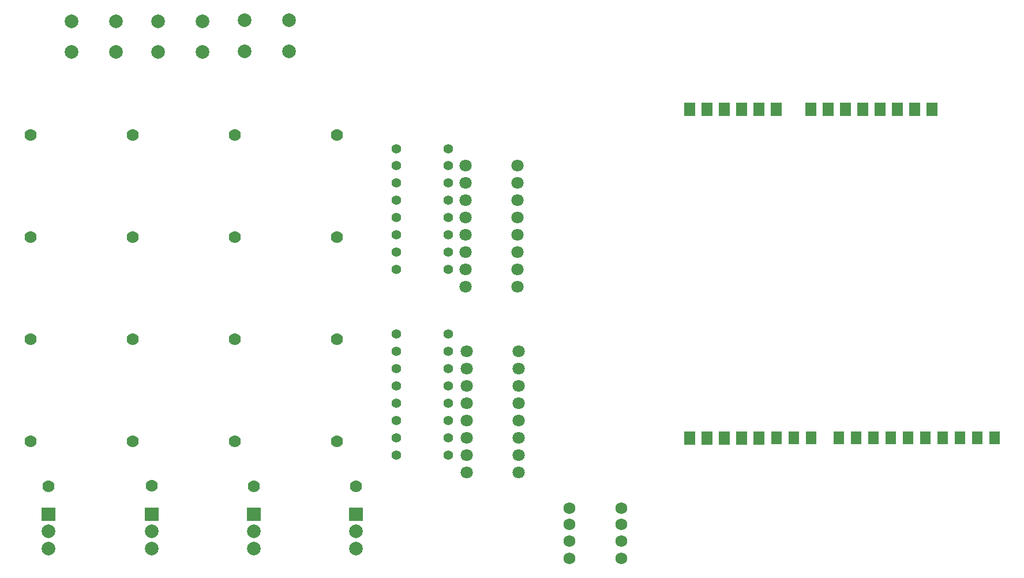
<source format=gbs>
G04 Layer: BottomSolderMaskLayer*
G04 EasyEDA v6.4.7, 2021-02-04T23:20:08+01:00*
G04 79144050c9e943b49f0c46fcba6317a4,10*
G04 Gerber Generator version 0.2*
G04 Scale: 100 percent, Rotated: No, Reflected: No *
G04 Dimensions in millimeters *
G04 leading zeros omitted , absolute positions ,3 integer and 3 decimal *
%FSLAX33Y33*%
%MOMM*%
G90*
D02*

%ADD24R,1.625600X1.910080*%
%ADD25C,2.003196*%
%ADD26C,1.778000*%
%ADD27C,1.803197*%
%ADD29C,1.727200*%
%ADD30C,1.403198*%

%LPD*%
G54D24*
G01X123317Y24594D03*
G01X125857Y24594D03*
G01X128397Y24594D03*
G01X130937Y24594D03*
G01X133477Y24594D03*
G01X136017Y24594D03*
G01X138557Y24594D03*
G01X141097Y24594D03*
G01X143637Y24594D03*
G01X146177Y24594D03*
G36*
G01X100660Y23639D02*
G01X100660Y25549D01*
G01X102285Y25549D01*
G01X102285Y23639D01*
G01X100660Y23639D01*
G37*
G36*
G01X103200Y23639D02*
G01X103200Y25549D01*
G01X104825Y25549D01*
G01X104825Y23639D01*
G01X103200Y23639D01*
G37*
G36*
G01X105740Y23639D02*
G01X105740Y25549D01*
G01X107365Y25549D01*
G01X107365Y23639D01*
G01X105740Y23639D01*
G37*
G36*
G01X108280Y23639D02*
G01X108280Y25549D01*
G01X109905Y25549D01*
G01X109905Y23639D01*
G01X108280Y23639D01*
G37*
G36*
G01X110820Y23639D02*
G01X110820Y25549D01*
G01X112445Y25549D01*
G01X112445Y23639D01*
G01X110820Y23639D01*
G37*
G01X114173Y24594D03*
G01X116713Y24594D03*
G01X119253Y24594D03*
G36*
G01X113360Y71899D02*
G01X113360Y73809D01*
G01X114985Y73809D01*
G01X114985Y71899D01*
G01X113360Y71899D01*
G37*
G36*
G01X110820Y71899D02*
G01X110820Y73809D01*
G01X112445Y73809D01*
G01X112445Y71899D01*
G01X110820Y71899D01*
G37*
G36*
G01X108280Y71899D02*
G01X108280Y73809D01*
G01X109905Y73809D01*
G01X109905Y71899D01*
G01X108280Y71899D01*
G37*
G36*
G01X105740Y71899D02*
G01X105740Y73809D01*
G01X107365Y73809D01*
G01X107365Y71899D01*
G01X105740Y71899D01*
G37*
G36*
G01X103200Y71899D02*
G01X103200Y73809D01*
G01X104825Y73809D01*
G01X104825Y71899D01*
G01X103200Y71899D01*
G37*
G36*
G01X100660Y71899D02*
G01X100660Y73809D01*
G01X102285Y73809D01*
G01X102285Y71899D01*
G01X100660Y71899D01*
G37*
G36*
G01X136220Y71899D02*
G01X136220Y73809D01*
G01X137845Y73809D01*
G01X137845Y71899D01*
G01X136220Y71899D01*
G37*
G36*
G01X133680Y71899D02*
G01X133680Y73809D01*
G01X135305Y73809D01*
G01X135305Y71899D01*
G01X133680Y71899D01*
G37*
G36*
G01X131140Y71899D02*
G01X131140Y73809D01*
G01X132765Y73809D01*
G01X132765Y71899D01*
G01X131140Y71899D01*
G37*
G36*
G01X128600Y71899D02*
G01X128600Y73809D01*
G01X130225Y73809D01*
G01X130225Y71899D01*
G01X128600Y71899D01*
G37*
G36*
G01X126060Y71899D02*
G01X126060Y73809D01*
G01X127685Y73809D01*
G01X127685Y71899D01*
G01X126060Y71899D01*
G37*
G36*
G01X123520Y71899D02*
G01X123520Y73809D01*
G01X125145Y73809D01*
G01X125145Y71899D01*
G01X123520Y71899D01*
G37*
G36*
G01X120980Y71899D02*
G01X120980Y73809D01*
G01X122605Y73809D01*
G01X122605Y71899D01*
G01X120980Y71899D01*
G37*
G36*
G01X118440Y71899D02*
G01X118440Y73809D01*
G01X120065Y73809D01*
G01X120065Y71899D01*
G01X118440Y71899D01*
G37*
G54D25*
G01X36118Y85900D03*
G01X36118Y81399D03*
G01X42621Y85900D03*
G01X42621Y81399D03*
G01X23418Y85773D03*
G01X23418Y81272D03*
G01X29921Y85773D03*
G01X29921Y81272D03*
G01X10718Y85773D03*
G01X10718Y81272D03*
G01X17221Y85773D03*
G01X17221Y81272D03*
G54D26*
G01X4699Y39072D03*
G01X19685Y39072D03*
G01X34671Y39072D03*
G01X49657Y39072D03*
G01X4699Y24086D03*
G01X19685Y24086D03*
G01X34671Y24086D03*
G01X49657Y24086D03*
G01X4699Y69044D03*
G01X19685Y69044D03*
G01X34671Y69044D03*
G01X49657Y69044D03*
G01X4699Y54058D03*
G01X19685Y54058D03*
G01X34671Y54058D03*
G01X49657Y54058D03*
G54D27*
G01X68707Y37294D03*
G01X68707Y34754D03*
G01X68707Y32214D03*
G01X68707Y29674D03*
G01X68707Y27134D03*
G01X68707Y24594D03*
G01X68707Y22054D03*
G01X68707Y19514D03*
G01X76327Y19514D03*
G01X76327Y22054D03*
G01X76327Y24594D03*
G01X76327Y27134D03*
G01X76327Y29674D03*
G01X76327Y32214D03*
G01X76327Y34754D03*
G01X76327Y37294D03*
G01X68580Y64599D03*
G01X68580Y62059D03*
G01X68580Y59519D03*
G01X68580Y56979D03*
G01X68580Y54439D03*
G01X68580Y51899D03*
G01X68580Y49359D03*
G01X68580Y46819D03*
G01X76200Y46819D03*
G01X76200Y49359D03*
G01X76200Y51899D03*
G01X76200Y54439D03*
G01X76200Y56979D03*
G01X76200Y59519D03*
G01X76200Y62059D03*
G01X76200Y64599D03*
G54D26*
G01X52451Y17482D03*
G01X37465Y17482D03*
G01X22479Y17609D03*
G01X7366Y17482D03*
G36*
G01X6365Y12418D02*
G01X6365Y14419D01*
G01X8366Y14419D01*
G01X8366Y12418D01*
G01X6365Y12418D01*
G37*
G54D25*
G01X7366Y10878D03*
G01X7366Y8338D03*
G36*
G01X21478Y12418D02*
G01X21478Y14419D01*
G01X23479Y14419D01*
G01X23479Y12418D01*
G01X21478Y12418D01*
G37*
G01X22479Y10878D03*
G01X22479Y8338D03*
G36*
G01X36464Y12418D02*
G01X36464Y14419D01*
G01X38465Y14419D01*
G01X38465Y12418D01*
G01X36464Y12418D01*
G37*
G01X37465Y10878D03*
G01X37465Y8338D03*
G36*
G01X51450Y12418D02*
G01X51450Y14419D01*
G01X53451Y14419D01*
G01X53451Y12418D01*
G01X51450Y12418D01*
G37*
G01X52451Y10878D03*
G01X52451Y8338D03*
G54D29*
G01X91440Y6941D03*
G01X83820Y6941D03*
G01X91440Y9481D03*
G01X83820Y9481D03*
G01X91440Y11894D03*
G01X83820Y11894D03*
G01X91440Y14307D03*
G01X83820Y14307D03*
G54D30*
G01X58420Y39834D03*
G01X66040Y39834D03*
G01X58420Y37294D03*
G01X66040Y37294D03*
G01X58420Y34754D03*
G01X66040Y34754D03*
G01X58420Y32214D03*
G01X66040Y32214D03*
G01X58420Y29674D03*
G01X66040Y29674D03*
G01X58420Y27134D03*
G01X66040Y27134D03*
G01X58420Y24594D03*
G01X66040Y24594D03*
G01X58420Y22054D03*
G01X66040Y22054D03*
G01X58420Y67012D03*
G01X66040Y67012D03*
G01X58420Y64599D03*
G01X66040Y64599D03*
G01X58420Y62059D03*
G01X66040Y62059D03*
G01X58420Y59519D03*
G01X66040Y59519D03*
G01X58420Y56979D03*
G01X66040Y56979D03*
G01X58420Y54439D03*
G01X66040Y54439D03*
G01X58420Y51899D03*
G01X66040Y51899D03*
G01X58420Y49359D03*
G01X66040Y49359D03*
M00*
M02*

</source>
